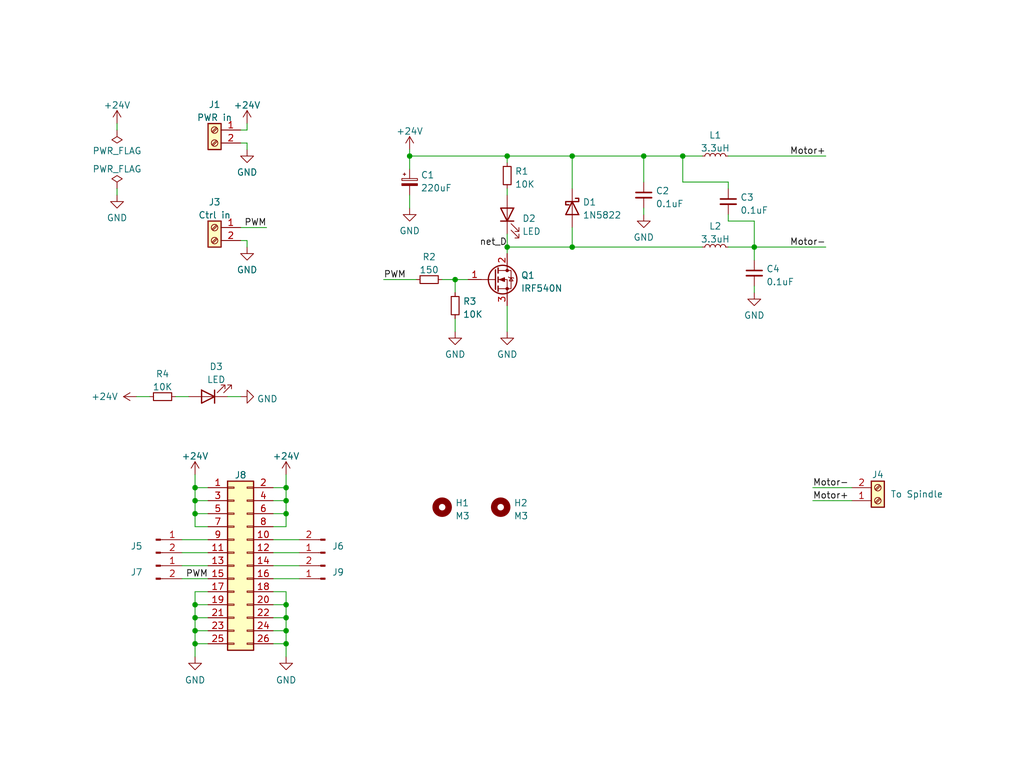
<source format=kicad_sch>
(kicad_sch (version 20211123) (generator eeschema)
  (paper "User" 200 150.012)
  (title_block (title "Spindle_Driver_board") (date "2023-01-13") (rev "V1") (company "MIT Media Lab") (comment 1 "FZ"))
  (lib_symbols
    (symbol "Connector:Conn_01x02_Male" (pin_names (offset 1.016) hide)
      (property "Reference" "J" (at 0 2.54 0))
      (property "Value" "Conn_01x02_Male" (at 0 -5.08 0))
      (symbol "Conn_01x02_Male_1_1"
        (polyline (pts (xy 1.27 -2.54) (xy 0.8636 -2.54)) (stroke (width 0.1524)))
        (polyline (pts (xy 1.27 0) (xy 0.8636 0)) (stroke (width 0.1524)))
        (rectangle (start 0.8636 -2.413) (end 0 -2.667) (stroke (width 0.1524)) (fill (type outline)))
        (rectangle (start 0.8636 0.127) (end 0 -0.127) (stroke (width 0.1524)) (fill (type outline)))
        (pin passive line (at 5.08 0 180) (length 3.81) (name "Pin_1") (number "1"))
        (pin passive line (at 5.08 -2.54 180) (length 3.81) (name "Pin_2") (number "2"))
      )
    )
    (symbol "Connector:Screw_Terminal_01x02" (pin_names (offset 1.016) hide)
      (property "Reference" "J" (at 0 2.54 0))
      (property "Value" "Screw_Terminal_01x02" (at 0 -5.08 0))
      (symbol "Screw_Terminal_01x02_1_1"
        (rectangle (start -1.27 1.27) (end 1.27 -3.81) (stroke (width 0.254)) (fill (type background)))
        (circle (center 0 -2.54) (radius 0.635) (stroke (width 0.1524)))
        (polyline (pts (xy -0.5334 -2.2098) (xy 0.3302 -3.048)) (stroke (width 0.1524)))
        (polyline (pts (xy -0.5334 0.3302) (xy 0.3302 -0.508)) (stroke (width 0.1524)))
        (polyline (pts (xy -0.3556 -2.032) (xy 0.508 -2.8702)) (stroke (width 0.1524)))
        (polyline (pts (xy -0.3556 0.508) (xy 0.508 -0.3302)) (stroke (width 0.1524)))
        (circle (center 0 0) (radius 0.635) (stroke (width 0.1524)))
        (pin passive line (at -5.08 0 0) (length 3.81) (name "Pin_1") (number "1"))
        (pin passive line (at -5.08 -2.54 0) (length 3.81) (name "Pin_2") (number "2"))
      )
    )
    (symbol "Connector_Generic:Conn_02x13_Odd_Even" (pin_names (offset 1.016) hide)
      (property "Reference" "J" (at 1.27 17.78 0))
      (property "Value" "Conn_02x13_Odd_Even" (at 1.27 -17.78 0))
      (symbol "Conn_02x13_Odd_Even_1_1"
        (rectangle (start -1.27 -15.113) (end 0 -15.367) (stroke (width 0.1524)))
        (rectangle (start -1.27 -12.573) (end 0 -12.827) (stroke (width 0.1524)))
        (rectangle (start -1.27 -10.033) (end 0 -10.287) (stroke (width 0.1524)))
        (rectangle (start -1.27 -7.493) (end 0 -7.747) (stroke (width 0.1524)))
        (rectangle (start -1.27 -4.953) (end 0 -5.207) (stroke (width 0.1524)))
        (rectangle (start -1.27 -2.413) (end 0 -2.667) (stroke (width 0.1524)))
        (rectangle (start -1.27 0.127) (end 0 -0.127) (stroke (width 0.1524)))
        (rectangle (start -1.27 2.667) (end 0 2.413) (stroke (width 0.1524)))
        (rectangle (start -1.27 5.207) (end 0 4.953) (stroke (width 0.1524)))
        (rectangle (start -1.27 7.747) (end 0 7.493) (stroke (width 0.1524)))
        (rectangle (start -1.27 10.287) (end 0 10.033) (stroke (width 0.1524)))
        (rectangle (start -1.27 12.827) (end 0 12.573) (stroke (width 0.1524)))
        (rectangle (start -1.27 15.367) (end 0 15.113) (stroke (width 0.1524)))
        (rectangle (start -1.27 16.51) (end 3.81 -16.51) (stroke (width 0.254)) (fill (type background)))
        (rectangle (start 3.81 -15.113) (end 2.54 -15.367) (stroke (width 0.1524)))
        (rectangle (start 3.81 -12.573) (end 2.54 -12.827) (stroke (width 0.1524)))
        (rectangle (start 3.81 -10.033) (end 2.54 -10.287) (stroke (width 0.1524)))
        (rectangle (start 3.81 -7.493) (end 2.54 -7.747) (stroke (width 0.1524)))
        (rectangle (start 3.81 -4.953) (end 2.54 -5.207) (stroke (width 0.1524)))
        (rectangle (start 3.81 -2.413) (end 2.54 -2.667) (stroke (width 0.1524)))
        (rectangle (start 3.81 0.127) (end 2.54 -0.127) (stroke (width 0.1524)))
        (rectangle (start 3.81 2.667) (end 2.54 2.413) (stroke (width 0.1524)))
        (rectangle (start 3.81 5.207) (end 2.54 4.953) (stroke (width 0.1524)))
        (rectangle (start 3.81 7.747) (end 2.54 7.493) (stroke (width 0.1524)))
        (rectangle (start 3.81 10.287) (end 2.54 10.033) (stroke (width 0.1524)))
        (rectangle (start 3.81 12.827) (end 2.54 12.573) (stroke (width 0.1524)))
        (rectangle (start 3.81 15.367) (end 2.54 15.113) (stroke (width 0.1524)))
        (pin passive line (at -5.08 15.24 0) (length 3.81) (name "Pin_1") (number "1"))
        (pin passive line (at 7.62 5.08 180) (length 3.81) (name "Pin_10") (number "10"))
        (pin passive line (at -5.08 2.54 0) (length 3.81) (name "Pin_11") (number "11"))
        (pin passive line (at 7.62 2.54 180) (length 3.81) (name "Pin_12") (number "12"))
        (pin passive line (at -5.08 0 0) (length 3.81) (name "Pin_13") (number "13"))
        (pin passive line (at 7.62 0 180) (length 3.81) (name "Pin_14") (number "14"))
        (pin passive line (at -5.08 -2.54 0) (length 3.81) (name "Pin_15") (number "15"))
        (pin passive line (at 7.62 -2.54 180) (length 3.81) (name "Pin_16") (number "16"))
        (pin passive line (at -5.08 -5.08 0) (length 3.81) (name "Pin_17") (number "17"))
        (pin passive line (at 7.62 -5.08 180) (length 3.81) (name "Pin_18") (number "18"))
        (pin passive line (at -5.08 -7.62 0) (length 3.81) (name "Pin_19") (number "19"))
        (pin passive line (at 7.62 15.24 180) (length 3.81) (name "Pin_2") (number "2"))
        (pin passive line (at 7.62 -7.62 180) (length 3.81) (name "Pin_20") (number "20"))
        (pin passive line (at -5.08 -10.16 0) (length 3.81) (name "Pin_21") (number "21"))
        (pin passive line (at 7.62 -10.16 180) (length 3.81) (name "Pin_22") (number "22"))
        (pin passive line (at -5.08 -12.7 0) (length 3.81) (name "Pin_23") (number "23"))
        (pin passive line (at 7.62 -12.7 180) (length 3.81) (name "Pin_24") (number "24"))
        (pin passive line (at -5.08 -15.24 0) (length 3.81) (name "Pin_25") (number "25"))
        (pin passive line (at 7.62 -15.24 180) (length 3.81) (name "Pin_26") (number "26"))
        (pin passive line (at -5.08 12.7 0) (length 3.81) (name "Pin_3") (number "3"))
        (pin passive line (at 7.62 12.7 180) (length 3.81) (name "Pin_4") (number "4"))
        (pin passive line (at -5.08 10.16 0) (length 3.81) (name "Pin_5") (number "5"))
        (pin passive line (at 7.62 10.16 180) (length 3.81) (name "Pin_6") (number "6"))
        (pin passive line (at -5.08 7.62 0) (length 3.81) (name "Pin_7") (number "7"))
        (pin passive line (at 7.62 7.62 180) (length 3.81) (name "Pin_8") (number "8"))
        (pin passive line (at -5.08 5.08 0) (length 3.81) (name "Pin_9") (number "9"))
      )
    )
    (symbol "Device:C_Polarized_Small" (pin_numbers hide) (pin_names (offset 0.254) hide)
      (property "Reference" "C" (at 0.254 1.778 0))
      (property "Value" "C_Polarized_Small" (at 0.254 -2.032 0))
      (symbol "C_Polarized_Small_0_1"
        (rectangle (start -1.524 -0.3048) (end 1.524 -0.6858) (fill (type outline)))
        (rectangle (start -1.524 0.6858) (end 1.524 0.3048))
        (polyline (pts (xy -1.27 1.524) (xy -0.762 1.524)))
        (polyline (pts (xy -1.016 1.27) (xy -1.016 1.778)))
      )
      (symbol "C_Polarized_Small_1_1"
        (pin passive line (at 0 2.54 270) (length 1.8542) (name "~") (number "1"))
        (pin passive line (at 0 -2.54 90) (length 1.8542) (name "~") (number "2"))
      )
    )
    (symbol "Device:C_Small" (pin_numbers hide) (pin_names (offset 0.254) hide)
      (property "Reference" "C" (at 0.254 1.778 0))
      (property "Value" "C_Small" (at 0.254 -2.032 0))
      (symbol "C_Small_0_1"
        (polyline (pts (xy -1.524 -0.508) (xy 1.524 -0.508)) (stroke (width 0.3302)))
        (polyline (pts (xy -1.524 0.508) (xy 1.524 0.508)) (stroke (width 0.3048)))
      )
      (symbol "C_Small_1_1"
        (pin passive line (at 0 2.54 270) (length 2.032) (name "~") (number "1"))
        (pin passive line (at 0 -2.54 90) (length 2.032) (name "~") (number "2"))
      )
    )
    (symbol "Device:LED" (pin_numbers hide) (pin_names (offset 1.016) hide)
      (property "Reference" "D" (at 0 2.54 0))
      (property "Value" "LED" (at 0 -2.54 0))
      (symbol "LED_0_1"
        (polyline (pts (xy -1.27 -1.27) (xy -1.27 1.27)) (stroke (width 0.254)))
        (polyline (pts (xy -1.27 0) (xy 1.27 0)))
        (polyline (pts (xy 1.27 -1.27) (xy 1.27 1.27) (xy -1.27 0) (xy 1.27 -1.27)) (stroke (width 0.254)))
        (polyline (pts (xy -3.048 -0.762) (xy -4.572 -2.286) (xy -3.81 -2.286) (xy -4.572 -2.286) (xy -4.572 -1.524)))
        (polyline (pts (xy -1.778 -0.762) (xy -3.302 -2.286) (xy -2.54 -2.286) (xy -3.302 -2.286) (xy -3.302 -1.524)))
      )
      (symbol "LED_1_1"
        (pin passive line (at -3.81 0 0) (length 2.54) (name "K") (number "1"))
        (pin passive line (at 3.81 0 180) (length 2.54) (name "A") (number "2"))
      )
    )
    (symbol "Device:L_Small" (pin_numbers hide) (pin_names (offset 0.254) hide)
      (property "Reference" "L" (at 0.762 1.016 0))
      (property "Value" "L_Small" (at 0.762 -1.016 0))
      (symbol "L_Small_0_1"
        (arc (start 0 -2.032) (mid 0.508 -1.524) (end 0 -1.016))
        (arc (start 0 -1.016) (mid 0.508 -0.508) (end 0 0))
        (arc (start 0 0) (mid 0.508 0.508) (end 0 1.016))
        (arc (start 0 1.016) (mid 0.508 1.524) (end 0 2.032))
      )
      (symbol "L_Small_1_1"
        (pin passive line (at 0 2.54 270) (length 0.508) (name "~") (number "1"))
        (pin passive line (at 0 -2.54 90) (length 0.508) (name "~") (number "2"))
      )
    )
    (symbol "Device:R_Small" (pin_numbers hide) (pin_names (offset 0.254) hide)
      (property "Reference" "R" (at 0.762 0.508 0))
      (property "Value" "R_Small" (at 0.762 -1.016 0))
      (symbol "R_Small_0_1"
        (rectangle (start -0.762 1.778) (end 0.762 -1.778) (stroke (width 0.2032)))
      )
      (symbol "R_Small_1_1"
        (pin passive line (at 0 2.54 270) (length 0.762) (name "~") (number "1"))
        (pin passive line (at 0 -2.54 90) (length 0.762) (name "~") (number "2"))
      )
    )
    (symbol "Diode:1N5822" (pin_numbers hide) (pin_names (offset 1.016) hide)
      (property "Reference" "D" (at 0 2.54 0))
      (property "Value" "1N5822" (at 0 -2.54 0))
      (symbol "1N5822_0_1"
        (polyline (pts (xy 1.27 0) (xy -1.27 0)))
        (polyline (pts (xy 1.27 1.27) (xy 1.27 -1.27) (xy -1.27 0) (xy 1.27 1.27)) (stroke (width 0.254)))
        (polyline (pts (xy -1.905 0.635) (xy -1.905 1.27) (xy -1.27 1.27) (xy -1.27 -1.27) (xy -0.635 -1.27) (xy -0.635 -0.635)) (stroke (width 0.254)))
      )
      (symbol "1N5822_1_1"
        (pin passive line (at -3.81 0 0) (length 2.54) (name "K") (number "1"))
        (pin passive line (at 3.81 0 180) (length 2.54) (name "A") (number "2"))
      )
    )
    (symbol "Mechanical:MountingHole" (pin_names (offset 1.016))
      (property "Reference" "H" (at 0 5.08 0))
      (property "Value" "MountingHole" (at 0 3.175 0))
      (symbol "MountingHole_0_1"
        (circle (center 0 0) (radius 1.27) (stroke (width 1.27)))
      )
    )
    (symbol "Transistor_FET:IRF540N" (pin_names hide)
      (property "Reference" "Q" (at 6.35 1.905 0))
      (property "Value" "IRF540N" (at 6.35 0 0))
      (symbol "IRF540N_0_1"
        (polyline (pts (xy 0.254 0) (xy -2.54 0)))
        (polyline (pts (xy 0.254 1.905) (xy 0.254 -1.905)) (stroke (width 0.254)))
        (polyline (pts (xy 0.762 -1.27) (xy 0.762 -2.286)) (stroke (width 0.254)))
        (polyline (pts (xy 0.762 0.508) (xy 0.762 -0.508)) (stroke (width 0.254)))
        (polyline (pts (xy 0.762 2.286) (xy 0.762 1.27)) (stroke (width 0.254)))
        (polyline (pts (xy 2.54 2.54) (xy 2.54 1.778)))
        (polyline (pts (xy 2.54 -2.54) (xy 2.54 0) (xy 0.762 0)))
        (polyline (pts (xy 0.762 -1.778) (xy 3.302 -1.778) (xy 3.302 1.778) (xy 0.762 1.778)))
        (polyline (pts (xy 1.016 0) (xy 2.032 0.381) (xy 2.032 -0.381) (xy 1.016 0)) (fill (type outline)))
        (polyline (pts (xy 2.794 0.508) (xy 2.921 0.381) (xy 3.683 0.381) (xy 3.81 0.254)))
        (polyline (pts (xy 3.302 0.381) (xy 2.921 -0.254) (xy 3.683 -0.254) (xy 3.302 0.381)))
        (circle (center 1.651 0) (radius 2.794) (stroke (width 0.254)))
        (circle (center 2.54 -1.778) (radius 0.254) (fill (type outline)))
        (circle (center 2.54 1.778) (radius 0.254) (fill (type outline)))
      )
      (symbol "IRF540N_1_1"
        (pin input line (at -5.08 0 0) (length 2.54) (name "G") (number "1"))
        (pin passive line (at 2.54 5.08 270) (length 2.54) (name "D") (number "2"))
        (pin passive line (at 2.54 -5.08 90) (length 2.54) (name "S") (number "3"))
      )
    )
    (symbol "power:+24V" (power) (pin_names (offset 0))
      (property "Value" "+24V" (at 0 3.556 0))
      (symbol "+24V_0_1"
        (polyline (pts (xy -0.762 1.27) (xy 0 2.54)))
        (polyline (pts (xy 0 0) (xy 0 2.54)))
        (polyline (pts (xy 0 2.54) (xy 0.762 1.27)))
      )
      (symbol "+24V_1_1"
        (pin power_in line (at 0 0 90) (length 0) hide (name "+24V") (number "1"))
      )
    )
    (symbol "power:GND" (power) (pin_names (offset 0))
      (property "Value" "GND" (at 0 -3.81 0))
      (symbol "GND_0_1"
        (polyline (pts (xy 0 0) (xy 0 -1.27) (xy 1.27 -1.27) (xy 0 -2.54) (xy -1.27 -1.27) (xy 0 -1.27)))
      )
      (symbol "GND_1_1"
        (pin power_in line (at 0 0 270) (length 0) hide (name "GND") (number "1"))
      )
    )
    (symbol "power:PWR_FLAG" (power) (pin_numbers hide) (pin_names (offset 0) hide)
      (property "Value" "PWR_FLAG" (at 0 3.81 0))
      (symbol "PWR_FLAG_0_0"
        (pin power_out line (at 0 0 90) (length 0) (name "pwr") (number "1"))
      )
      (symbol "PWR_FLAG_0_1"
        (polyline (pts (xy 0 0) (xy 0 1.27) (xy -1.016 1.905) (xy 0 2.54) (xy 1.016 1.905) (xy 0 1.27)))
      )
    )
  )
  (junction (at 38.1 123.19))
  (junction (at 55.88 95.25))
  (junction (at 133.35 30.48))
  (junction (at 38.1 120.65))
  (junction (at 147.32 48.26))
  (junction (at 38.1 97.79))
  (junction (at 99.06 30.48))
  (junction (at 88.9 54.61))
  (junction (at 38.1 95.25))
  (junction (at 38.1 118.11))
  (junction (at 125.73 30.48))
  (junction (at 80.01 30.48))
  (junction (at 55.88 100.33))
  (junction (at 99.06 48.26))
  (junction (at 55.88 123.19))
  (junction (at 55.88 120.65))
  (junction (at 111.76 48.26))
  (junction (at 38.1 100.33))
  (junction (at 55.88 125.73))
  (junction (at 55.88 118.11))
  (junction (at 111.76 30.48))
  (junction (at 55.88 97.79))
  (junction (at 38.1 125.73))
  (wire (pts (xy 133.35 30.48) (xy 133.35 35.56)))
  (wire (pts (xy 142.24 41.91) (xy 142.24 43.18)))
  (wire (pts (xy 99.06 30.48) (xy 99.06 31.75)))
  (wire (pts (xy 55.88 118.11) (xy 55.88 120.65)))
  (wire (pts (xy 88.9 54.61) (xy 88.9 57.15)))
  (wire (pts (xy 80.01 30.48) (xy 99.06 30.48)))
  (wire (pts (xy 55.88 115.57) (xy 55.88 118.11)))
  (wire (pts (xy 35.56 107.95) (xy 40.64 107.95)))
  (wire (pts (xy 40.64 100.33) (xy 38.1 100.33)))
  (wire (pts (xy 74.93 54.61) (xy 81.28 54.61)))
  (wire (pts (xy 38.1 102.87) (xy 40.64 102.87)))
  (wire (pts (xy 133.35 30.48) (xy 137.16 30.48)))
  (wire (pts (xy 46.99 44.45) (xy 52.07 44.45)))
  (wire (pts (xy 53.34 107.95) (xy 58.42 107.95)))
  (wire (pts (xy 142.24 48.26) (xy 147.32 48.26)))
  (wire (pts (xy 55.88 97.79) (xy 55.88 95.25)))
  (wire (pts (xy 38.1 120.65) (xy 40.64 120.65)))
  (wire (pts (xy 111.76 30.48) (xy 111.76 36.83)))
  (wire (pts (xy 38.1 125.73) (xy 40.64 125.73)))
  (wire (pts (xy 53.34 110.49) (xy 58.42 110.49)))
  (wire (pts (xy 55.88 92.71) (xy 55.88 95.25)))
  (wire (pts (xy 53.34 120.65) (xy 55.88 120.65)))
  (wire (pts (xy 55.88 125.73) (xy 55.88 128.27)))
  (wire (pts (xy 40.64 115.57) (xy 38.1 115.57)))
  (wire (pts (xy 99.06 45.72) (xy 99.06 48.26)))
  (wire (pts (xy 53.34 95.25) (xy 55.88 95.25)))
  (wire (pts (xy 22.86 24.13) (xy 22.86 25.4)))
  (wire (pts (xy 38.1 120.65) (xy 38.1 123.19)))
  (wire (pts (xy 142.24 35.56) (xy 142.24 36.83)))
  (wire (pts (xy 53.34 97.79) (xy 55.88 97.79)))
  (wire (pts (xy 53.34 118.11) (xy 55.88 118.11)))
  (wire (pts (xy 53.34 102.87) (xy 55.88 102.87)))
  (wire (pts (xy 111.76 44.45) (xy 111.76 48.26)))
  (wire (pts (xy 40.64 118.11) (xy 38.1 118.11)))
  (wire (pts (xy 99.06 30.48) (xy 111.76 30.48)))
  (wire (pts (xy 88.9 62.23) (xy 88.9 64.77)))
  (wire (pts (xy 48.26 46.99) (xy 48.26 48.26)))
  (wire (pts (xy 55.88 102.87) (xy 55.88 100.33)))
  (wire (pts (xy 80.01 30.48) (xy 80.01 33.02)))
  (wire (pts (xy 80.01 29.21) (xy 80.01 30.48)))
  (wire (pts (xy 53.34 123.19) (xy 55.88 123.19)))
  (wire (pts (xy 46.99 46.99) (xy 48.26 46.99)))
  (wire (pts (xy 38.1 100.33) (xy 38.1 97.79)))
  (wire (pts (xy 44.45 77.47) (xy 46.99 77.47)))
  (wire (pts (xy 158.75 95.25) (xy 166.37 95.25)))
  (wire (pts (xy 48.26 27.94) (xy 48.26 29.21)))
  (wire (pts (xy 88.9 54.61) (xy 91.44 54.61)))
  (wire (pts (xy 22.86 36.83) (xy 22.86 38.1)))
  (wire (pts (xy 34.29 77.47) (xy 36.83 77.47)))
  (wire (pts (xy 142.24 30.48) (xy 161.29 30.48)))
  (wire (pts (xy 147.32 55.88) (xy 147.32 57.15)))
  (wire (pts (xy 38.1 115.57) (xy 38.1 118.11)))
  (wire (pts (xy 53.34 100.33) (xy 55.88 100.33)))
  (wire (pts (xy 147.32 48.26) (xy 147.32 50.8)))
  (wire (pts (xy 40.64 95.25) (xy 38.1 95.25)))
  (wire (pts (xy 38.1 128.27) (xy 38.1 125.73)))
  (wire (pts (xy 38.1 118.11) (xy 38.1 120.65)))
  (wire (pts (xy 53.34 125.73) (xy 55.88 125.73)))
  (wire (pts (xy 99.06 36.83) (xy 99.06 38.1)))
  (wire (pts (xy 40.64 97.79) (xy 38.1 97.79)))
  (wire (pts (xy 48.26 25.4) (xy 48.26 24.13)))
  (wire (pts (xy 80.01 38.1) (xy 80.01 40.64)))
  (wire (pts (xy 46.99 25.4) (xy 48.26 25.4)))
  (wire (pts (xy 38.1 92.71) (xy 38.1 95.25)))
  (wire (pts (xy 147.32 43.18) (xy 147.32 48.26)))
  (wire (pts (xy 142.24 43.18) (xy 147.32 43.18)))
  (wire (pts (xy 38.1 123.19) (xy 38.1 125.73)))
  (wire (pts (xy 111.76 48.26) (xy 137.16 48.26)))
  (wire (pts (xy 99.06 48.26) (xy 99.06 49.53)))
  (wire (pts (xy 53.34 115.57) (xy 55.88 115.57)))
  (wire (pts (xy 35.56 110.49) (xy 40.64 110.49)))
  (wire (pts (xy 125.73 30.48) (xy 133.35 30.48)))
  (wire (pts (xy 38.1 97.79) (xy 38.1 95.25)))
  (wire (pts (xy 35.56 113.03) (xy 40.64 113.03)))
  (wire (pts (xy 38.1 102.87) (xy 38.1 100.33)))
  (wire (pts (xy 86.36 54.61) (xy 88.9 54.61)))
  (wire (pts (xy 40.64 123.19) (xy 38.1 123.19)))
  (wire (pts (xy 111.76 30.48) (xy 125.73 30.48)))
  (wire (pts (xy 125.73 40.64) (xy 125.73 41.91)))
  (wire (pts (xy 35.56 105.41) (xy 40.64 105.41)))
  (wire (pts (xy 55.88 120.65) (xy 55.88 123.19)))
  (wire (pts (xy 147.32 48.26) (xy 161.29 48.26)))
  (wire (pts (xy 99.06 59.69) (xy 99.06 64.77)))
  (wire (pts (xy 53.34 105.41) (xy 58.42 105.41)))
  (wire (pts (xy 53.34 113.03) (xy 58.42 113.03)))
  (wire (pts (xy 46.99 27.94) (xy 48.26 27.94)))
  (wire (pts (xy 55.88 123.19) (xy 55.88 125.73)))
  (wire (pts (xy 99.06 48.26) (xy 111.76 48.26)))
  (wire (pts (xy 55.88 100.33) (xy 55.88 97.79)))
  (wire (pts (xy 125.73 30.48) (xy 125.73 35.56)))
  (wire (pts (xy 29.21 77.47) (xy 26.67 77.47)))
  (wire (pts (xy 158.75 97.79) (xy 166.37 97.79)))
  (wire (pts (xy 133.35 35.56) (xy 142.24 35.56)))
  (label "Motor+" (at 158.75 97.79 0))
  (label "PWM" (at 74.93 54.61 0))
  (label "Motor+" (at 161.29 30.48 180))
  (label "Motor-" (at 158.75 95.25 0))
  (label "PWM" (at 52.07 44.45 180))
  (label "Motor-" (at 161.29 48.26 180))
  (label "PWM" (at 40.64 113.03 180))
  (label "net_D" (at 99.06 48.26 180))
  (symbol (lib_id "power:GND") (at 48.26 29.21 0) (unit 1)
    (property "Reference" "#PWR0104" (effects hide))
    (property "Value" "GND" (at 48.26 33.6534 0))
  )
  (symbol (lib_id "power:GND") (at 99.06 64.77 0) (unit 1)
    (property "Reference" "#PWR0116" (effects hide))
    (property "Value" "GND" (at 99.06 69.2134 0))
  )
  (symbol (lib_id "Mechanical:MountingHole") (at 86.36 99.06 0) (unit 1)
    (property "Reference" "H1" (at 88.9 98.2253 0) (effects (justify left)))
    (property "Value" "M3" (at 88.9 100.7622 0) (effects (justify left)))
    (property "Footprint" "MountingHole:MountingHole_3.2mm_M3" (effects hide))
  )
  (symbol (lib_id "Device:L_Small") (at 139.7 48.26 90) (unit 1)
    (property "Reference" "L2" (at 139.7 44.1792 90))
    (property "Value" "3.3uH" (at 139.7 46.7161 90))
    (property "Footprint" "Mylib:SRP7028A-3R3M" (effects hide))
  )
  (symbol (lib_id "power:GND") (at 147.32 57.15 0) (unit 1)
    (property "Reference" "#PWR0115" (effects hide))
    (property "Value" "GND" (at 147.32 61.5934 0))
  )
  (symbol (lib_id "power:GND") (at 88.9 64.77 0) (unit 1)
    (property "Reference" "#PWR0117" (effects hide))
    (property "Value" "GND" (at 88.9 69.2134 0))
  )
  (symbol (lib_id "Device:LED") (at 40.64 77.47 180) (unit 1)
    (property "Reference" "D3" (at 42.2275 71.6112 0))
    (property "Value" "LED" (at 42.2275 74.1481 0))
    (property "Footprint" "LED_SMD:LED_0603_1608Metric_Pad1.05x0.95mm_HandSolder" (effects hide))
  )
  (symbol (lib_id "power:+24V") (at 80.01 29.21 0) (unit 1)
    (property "Reference" "#PWR0112" (effects hide))
    (property "Value" "+24V" (at 80.01 25.6342 0))
  )
  (symbol (lib_id "Device:C_Polarized_Small") (at 80.01 35.56 0) (unit 1)
    (property "Reference" "C1" (at 82.169 34.1792 0) (effects (justify left)))
    (property "Value" "220uF" (at 82.169 36.7161 0) (effects (justify left)))
    (property "Footprint" "Capacitor_THT:CP_Radial_D14.0mm_P5.00mm" (effects hide))
  )
  (symbol (lib_id "Device:C_Small") (at 125.73 38.1 0) (unit 1)
    (property "Reference" "C2" (at 128.0541 37.2716 0) (effects (justify left)))
    (property "Value" "0.1uF" (at 128.0541 39.8085 0) (effects (justify left)))
    (property "Footprint" "Capacitor_SMD:C_0603_1608Metric_Pad1.08x0.95mm_HandSolder" (effects hide))
  )
  (symbol (lib_id "Device:L_Small") (at 139.7 30.48 90) (unit 1)
    (property "Reference" "L1" (at 139.7 26.3992 90))
    (property "Value" "3.3uH" (at 139.7 28.9361 90))
    (property "Footprint" "Mylib:SRP7028A-3R3M" (effects hide))
  )
  (symbol (lib_id "Connector:Conn_01x02_Male") (at 63.5 107.95 180) (unit 1)
    (property "Reference" "J6" (at 66.04 106.68 0))
    (property "Value" "+5V Conn" (effects hide))
    (property "Footprint" "Connector_PinHeader_2.54mm:PinHeader_1x02_P2.54mm_Vertical" (effects hide))
  )
  (symbol (lib_id "Mechanical:MountingHole") (at 97.79 99.06 0) (unit 1)
    (property "Reference" "H2" (at 100.33 98.2253 0) (effects (justify left)))
    (property "Value" "M3" (at 100.33 100.7622 0) (effects (justify left)))
    (property "Footprint" "MountingHole:MountingHole_3.2mm_M3" (effects hide))
  )
  (symbol (lib_id "power:PWR_FLAG") (at 22.86 36.83 0) (unit 1)
    (property "Reference" "#FLG0102" (effects hide))
    (property "Value" "PWR_FLAG" (at 18.034 33.02 0) (effects (justify left)))
  )
  (symbol (lib_id "Connector:Screw_Terminal_01x02") (at 41.91 25.4 0) (mirror y) (unit 1)
    (property "Reference" "J1" (at 41.91 20.4302 0))
    (property "Value" "PWR in" (at 41.91 22.9671 0))
    (property "Footprint" "TerminalBlock_MetzConnect:TerminalBlock_MetzConnect_Type011_RT05502HBWC_1x02_P5.00mm_Horizontal" (effects hide))
  )
  (symbol (lib_id "power:+24V") (at 26.67 77.47 90) (unit 1)
    (property "Reference" "#PWR0108" (effects hide))
    (property "Value" "+24V" (at 17.78 77.47 90) (effects (justify right)))
  )
  (symbol (lib_id "Device:R_Small") (at 83.82 54.61 90) (unit 1)
    (property "Reference" "R2" (at 83.82 50.1736 90))
    (property "Value" "150" (at 83.82 52.7105 90))
    (property "Footprint" "Resistor_SMD:R_0603_1608Metric_Pad0.98x0.95mm_HandSolder" (effects hide))
  )
  (symbol (lib_id "Connector:Screw_Terminal_01x02") (at 171.45 97.79 0) (mirror x) (unit 1)
    (property "Reference" "J4" (at 171.45 92.71 0))
    (property "Value" "To Spindle" (at 179.07 96.52 0))
    (property "Footprint" "TerminalBlock_MetzConnect:TerminalBlock_MetzConnect_Type011_RT05502HBWC_1x02_P5.00mm_Horizontal" (effects hide))
  )
  (symbol (lib_id "power:+24V") (at 55.88 92.71 0) (unit 1)
    (property "Reference" "#PWR0119" (effects hide))
    (property "Value" "+24V" (at 55.88 89.1055 0))
  )
  (symbol (lib_id "Device:LED") (at 99.06 41.91 90) (unit 1)
    (property "Reference" "D2" (at 101.981 42.6628 90) (effects (justify right)))
    (property "Value" "LED" (at 101.981 45.1997 90) (effects (justify right)))
    (property "Footprint" "LED_SMD:LED_0603_1608Metric_Pad1.05x0.95mm_HandSolder" (effects hide))
  )
  (symbol (lib_id "power:GND") (at 38.1 128.27 0) (unit 1)
    (property "Reference" "#PWR0110" (effects hide))
    (property "Value" "GND" (at 38.1 132.8325 0))
  )
  (symbol (lib_id "power:GND") (at 46.99 77.47 90) (unit 1)
    (property "Reference" "#PWR0109" (effects hide))
    (property "Value" "GND" (at 50.165 77.9038 90) (effects (justify right)))
  )
  (symbol (lib_id "Device:R_Small") (at 99.06 34.29 180) (unit 1)
    (property "Reference" "R1" (at 100.5586 33.4553 0) (effects (justify right)))
    (property "Value" "10K" (at 100.5586 35.9922 0) (effects (justify right)))
    (property "Footprint" "Resistor_SMD:R_0603_1608Metric_Pad0.98x0.95mm_HandSolder" (effects hide))
  )
  (symbol (lib_id "power:+24V") (at 48.26 24.13 0) (unit 1)
    (property "Reference" "#PWR0103" (effects hide))
    (property "Value" "+24V" (at 48.26 20.5542 0))
  )
  (symbol (lib_id "power:GND") (at 55.88 128.27 0) (unit 1)
    (property "Reference" "#PWR0111" (effects hide))
    (property "Value" "GND" (at 55.88 132.8325 0))
  )
  (symbol (lib_id "Connector:Conn_01x02_Male") (at 30.48 110.49 0) (unit 1)
    (property "Reference" "J7" (at 26.67 111.76 0))
    (property "Value" "+5V Conn" (effects hide))
    (property "Footprint" "Connector_PinHeader_2.54mm:PinHeader_1x02_P2.54mm_Vertical" (effects hide))
  )
  (symbol (lib_id "Connector:Conn_01x02_Male") (at 63.5 113.03 180) (unit 1)
    (property "Reference" "J9" (at 66.04 111.76 0))
    (property "Value" "+5V Conn" (effects hide))
    (property "Footprint" "Connector_PinHeader_2.54mm:PinHeader_1x02_P2.54mm_Vertical" (effects hide))
  )
  (symbol (lib_id "power:PWR_FLAG") (at 22.86 25.4 180) (unit 1)
    (property "Reference" "#FLG0101" (effects hide))
    (property "Value" "PWR_FLAG" (at 22.86 29.464 0))
  )
  (symbol (lib_id "power:GND") (at 80.01 40.64 0) (unit 1)
    (property "Reference" "#PWR0113" (effects hide))
    (property "Value" "GND" (at 80.01 45.0834 0))
  )
  (symbol (lib_id "power:GND") (at 125.73 41.91 0) (unit 1)
    (property "Reference" "#PWR0114" (effects hide))
    (property "Value" "GND" (at 125.73 46.3534 0))
  )
  (symbol (lib_id "Device:C_Small") (at 142.24 39.37 0) (unit 1)
    (property "Reference" "C3" (at 144.5641 38.5416 0) (effects (justify left)))
    (property "Value" "0.1uF" (at 144.5641 41.0785 0) (effects (justify left)))
    (property "Footprint" "Capacitor_SMD:C_0603_1608Metric_Pad1.08x0.95mm_HandSolder" (effects hide))
  )
  (symbol (lib_id "Connector:Screw_Terminal_01x02") (at 41.91 44.45 0) (mirror y) (unit 1)
    (property "Reference" "J3" (at 41.91 39.4802 0))
    (property "Value" "Ctrl in" (at 41.91 42.0171 0))
    (property "Footprint" "TerminalBlock_MetzConnect:TerminalBlock_MetzConnect_Type011_RT05502HBWC_1x02_P5.00mm_Horizontal" (effects hide))
  )
  (symbol (lib_id "Device:R_Small") (at 88.9 59.69 180) (unit 1)
    (property "Reference" "R3" (at 90.3986 58.8553 0) (effects (justify right)))
    (property "Value" "10K" (at 90.3986 61.3922 0) (effects (justify right)))
    (property "Footprint" "Resistor_SMD:R_0603_1608Metric_Pad0.98x0.95mm_HandSolder" (effects hide))
  )
  (symbol (lib_id "power:+24V") (at 38.1 92.71 0) (unit 1)
    (property "Reference" "#PWR0118" (effects hide))
    (property "Value" "+24V" (at 38.1 89.1055 0))
  )
  (symbol (lib_id "Device:C_Small") (at 147.32 53.34 0) (unit 1)
    (property "Reference" "C4" (at 149.6441 52.5116 0) (effects (justify left)))
    (property "Value" "0.1uF" (at 149.6441 55.0485 0) (effects (justify left)))
    (property "Footprint" "Capacitor_SMD:C_0603_1608Metric_Pad1.08x0.95mm_HandSolder" (effects hide))
  )
  (symbol (lib_id "power:+24V") (at 22.86 24.13 0) (unit 1)
    (property "Reference" "#PWR0101" (effects hide))
    (property "Value" "+24V" (at 22.86 20.5542 0))
  )
  (symbol (lib_id "Connector:Conn_01x02_Male") (at 30.48 105.41 0) (unit 1)
    (property "Reference" "J5" (at 26.67 106.68 0))
    (property "Value" "+5V Conn" (effects hide))
    (property "Footprint" "Connector_PinHeader_2.54mm:PinHeader_1x02_P2.54mm_Vertical" (effects hide))
  )
  (symbol (lib_id "Transistor_FET:IRF540N") (at 96.52 54.61 0) (unit 1)
    (property "Reference" "Q1" (at 101.727 53.7753 0) (effects (justify left)))
    (property "Value" "IRF540N" (at 101.727 56.3122 0) (effects (justify left)))
    (property "Footprint" "Package_TO_SOT_THT:TO-220-3_Vertical" (effects hide))
    (property "Datasheet" "http://www.irf.com/product-info/datasheets/data/irf540n.pdf" (effects hide))
  )
  (symbol (lib_id "Diode:1N5822") (at 111.76 40.64 270) (unit 1)
    (property "Reference" "D1" (at 113.792 39.4878 90) (effects (justify left)))
    (property "Value" "1N5822" (at 113.792 42.0247 90) (effects (justify left)))
    (property "Footprint" "Diode_THT:D_DO-201AD_P15.24mm_Horizontal" (effects hide))
    (property "Datasheet" "http://www.vishay.com/docs/88526/1n5820.pdf" (effects hide))
  )
  (symbol (lib_id "Connector_Generic:Conn_02x13_Odd_Even") (at 45.72 110.49 0) (unit 1)
    (property "Reference" "J8" (at 46.99 92.7885 0))
    (property "Value" "Conn_02x13_Odd_Even" (effects hide))
    (property "Footprint" "Connector_IDC:IDC-Header_2x13_P2.54mm_Vertical" (effects hide))
  )
  (symbol (lib_id "power:GND") (at 22.86 38.1 0) (unit 1)
    (property "Reference" "#PWR0102" (effects hide))
    (property "Value" "GND" (at 22.86 42.5434 0))
  )
  (symbol (lib_id "power:GND") (at 48.26 48.26 0) (unit 1)
    (property "Reference" "#PWR0105" (effects hide))
    (property "Value" "GND" (at 48.26 52.7034 0))
  )
  (symbol (lib_id "Device:R_Small") (at 31.75 77.47 270) (unit 1)
    (property "Reference" "R4" (at 31.75 73.0336 90))
    (property "Value" "10K" (at 31.75 75.5705 90))
    (property "Footprint" "Resistor_SMD:R_0603_1608Metric_Pad0.98x0.95mm_HandSolder" (effects hide))
  )
)
</source>
